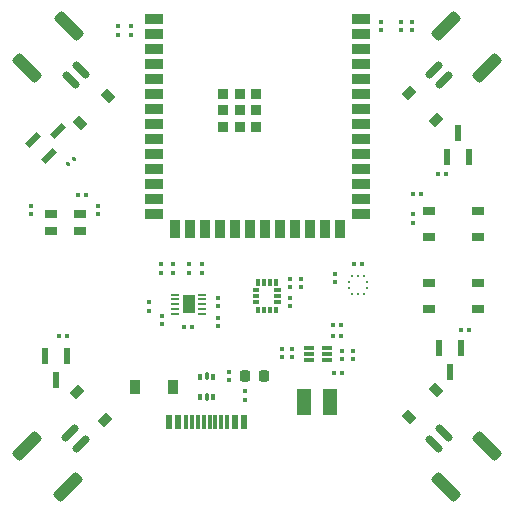
<source format=gtp>
G04 #@! TF.GenerationSoftware,KiCad,Pcbnew,9.0.0*
G04 #@! TF.CreationDate,2025-04-10T22:34:47-07:00*
G04 #@! TF.ProjectId,HOPE_ESP32_Drone,484f5045-5f45-4535-9033-325f44726f6e,rev?*
G04 #@! TF.SameCoordinates,Original*
G04 #@! TF.FileFunction,Paste,Top*
G04 #@! TF.FilePolarity,Positive*
%FSLAX46Y46*%
G04 Gerber Fmt 4.6, Leading zero omitted, Abs format (unit mm)*
G04 Created by KiCad (PCBNEW 9.0.0) date 2025-04-10 22:34:47*
%MOMM*%
%LPD*%
G01*
G04 APERTURE LIST*
G04 Aperture macros list*
%AMRoundRect*
0 Rectangle with rounded corners*
0 $1 Rounding radius*
0 $2 $3 $4 $5 $6 $7 $8 $9 X,Y pos of 4 corners*
0 Add a 4 corners polygon primitive as box body*
4,1,4,$2,$3,$4,$5,$6,$7,$8,$9,$2,$3,0*
0 Add four circle primitives for the rounded corners*
1,1,$1+$1,$2,$3*
1,1,$1+$1,$4,$5*
1,1,$1+$1,$6,$7*
1,1,$1+$1,$8,$9*
0 Add four rect primitives between the rounded corners*
20,1,$1+$1,$2,$3,$4,$5,0*
20,1,$1+$1,$4,$5,$6,$7,0*
20,1,$1+$1,$6,$7,$8,$9,0*
20,1,$1+$1,$8,$9,$2,$3,0*%
%AMRotRect*
0 Rectangle, with rotation*
0 The origin of the aperture is its center*
0 $1 length*
0 $2 width*
0 $3 Rotation angle, in degrees counterclockwise*
0 Add horizontal line*
21,1,$1,$2,0,0,$3*%
G04 Aperture macros list end*
%ADD10C,0.010000*%
%ADD11RoundRect,0.218750X0.218750X0.256250X-0.218750X0.256250X-0.218750X-0.256250X0.218750X-0.256250X0*%
%ADD12RoundRect,0.079500X0.100500X-0.079500X0.100500X0.079500X-0.100500X0.079500X-0.100500X-0.079500X0*%
%ADD13RoundRect,0.079500X-0.100500X0.079500X-0.100500X-0.079500X0.100500X-0.079500X0.100500X0.079500X0*%
%ADD14RoundRect,0.150000X0.388909X-0.601041X0.601041X-0.388909X-0.388909X0.601041X-0.601041X0.388909X0*%
%ADD15RoundRect,0.250000X0.636396X-0.989949X0.989949X-0.636396X-0.636396X0.989949X-0.989949X0.636396X0*%
%ADD16R,0.660400X0.203200*%
%ADD17R,0.990600X1.600200*%
%ADD18RoundRect,0.079500X0.079500X0.100500X-0.079500X0.100500X-0.079500X-0.100500X0.079500X-0.100500X0*%
%ADD19RotRect,0.812800X1.041400X45.000000*%
%ADD20RoundRect,0.150000X-0.601041X-0.388909X-0.388909X-0.601041X0.601041X0.388909X0.388909X0.601041X0*%
%ADD21RoundRect,0.250000X-0.989949X-0.636396X-0.636396X-0.989949X0.989949X0.636396X0.636396X0.989949X0*%
%ADD22RotRect,0.812800X1.041400X225.000000*%
%ADD23RoundRect,0.079500X-0.079500X-0.100500X0.079500X-0.100500X0.079500X0.100500X-0.079500X0.100500X0*%
%ADD24R,1.000000X0.800000*%
%ADD25RoundRect,0.150000X0.601041X0.388909X0.388909X0.601041X-0.601041X-0.388909X-0.388909X-0.601041X0*%
%ADD26RoundRect,0.250000X0.989949X0.636396X0.636396X0.989949X-0.989949X-0.636396X-0.636396X-0.989949X0*%
%ADD27RotRect,0.558800X1.320800X315.000000*%
%ADD28R,0.558800X1.320800*%
%ADD29R,0.950000X0.300000*%
%ADD30R,0.910000X1.220000*%
%ADD31R,0.279400X0.254000*%
%ADD32R,0.254000X0.279400*%
%ADD33RoundRect,0.150000X-0.388909X0.601041X-0.601041X0.388909X0.388909X-0.601041X0.601041X-0.388909X0*%
%ADD34RoundRect,0.250000X-0.636396X0.989949X-0.989949X0.636396X0.636396X-0.989949X0.989949X-0.636396X0*%
%ADD35R,1.050000X0.650000*%
%ADD36R,0.600000X1.150000*%
%ADD37R,0.300000X1.150000*%
%ADD38RoundRect,0.079500X-0.014849X0.127279X-0.127279X0.014849X0.014849X-0.127279X0.127279X-0.014849X0*%
%ADD39RoundRect,0.093750X0.093750X-0.156250X0.093750X0.156250X-0.093750X0.156250X-0.093750X-0.156250X0*%
%ADD40RoundRect,0.075000X0.075000X-0.250000X0.075000X0.250000X-0.075000X0.250000X-0.075000X-0.250000X0*%
%ADD41RotRect,0.812800X1.041400X135.000000*%
%ADD42RotRect,0.812800X1.041400X315.000000*%
%ADD43R,0.900000X0.900000*%
%ADD44R,1.500000X0.900000*%
%ADD45R,0.900000X1.500000*%
%ADD46R,1.200000X2.200000*%
G04 APERTURE END LIST*
D10*
G04 #@! TO.C,MT1*
X126644600Y-75819000D02*
X126194600Y-75819000D01*
X126194600Y-75581000D01*
X126644600Y-75581000D01*
X126644600Y-75819000D01*
G36*
X126644600Y-75819000D02*
G01*
X126194600Y-75819000D01*
X126194600Y-75581000D01*
X126644600Y-75581000D01*
X126644600Y-75819000D01*
G37*
X126644600Y-76319000D02*
X126194600Y-76319000D01*
X126194600Y-76081000D01*
X126644600Y-76081000D01*
X126644600Y-76319000D01*
G36*
X126644600Y-76319000D02*
G01*
X126194600Y-76319000D01*
X126194600Y-76081000D01*
X126644600Y-76081000D01*
X126644600Y-76319000D01*
G37*
X126644600Y-76819000D02*
X126194600Y-76819000D01*
X126194600Y-76581000D01*
X126644600Y-76581000D01*
X126644600Y-76819000D01*
G36*
X126644600Y-76819000D02*
G01*
X126194600Y-76819000D01*
X126194600Y-76581000D01*
X126644600Y-76581000D01*
X126644600Y-76819000D01*
G37*
X126701100Y-75262500D02*
X126463100Y-75262500D01*
X126463100Y-74812500D01*
X126701100Y-74812500D01*
X126701100Y-75262500D01*
G36*
X126701100Y-75262500D02*
G01*
X126463100Y-75262500D01*
X126463100Y-74812500D01*
X126701100Y-74812500D01*
X126701100Y-75262500D01*
G37*
X126701100Y-77587500D02*
X126463100Y-77587500D01*
X126463100Y-77137500D01*
X126701100Y-77137500D01*
X126701100Y-77587500D01*
G36*
X126701100Y-77587500D02*
G01*
X126463100Y-77587500D01*
X126463100Y-77137500D01*
X126701100Y-77137500D01*
X126701100Y-77587500D01*
G37*
X127201100Y-75262500D02*
X126963100Y-75262500D01*
X126963100Y-74812500D01*
X127201100Y-74812500D01*
X127201100Y-75262500D01*
G36*
X127201100Y-75262500D02*
G01*
X126963100Y-75262500D01*
X126963100Y-74812500D01*
X127201100Y-74812500D01*
X127201100Y-75262500D01*
G37*
X127201100Y-77587500D02*
X126963100Y-77587500D01*
X126963100Y-77137500D01*
X127201100Y-77137500D01*
X127201100Y-77587500D01*
G36*
X127201100Y-77587500D02*
G01*
X126963100Y-77587500D01*
X126963100Y-77137500D01*
X127201100Y-77137500D01*
X127201100Y-77587500D01*
G37*
X127701100Y-75262500D02*
X127463100Y-75262500D01*
X127463100Y-74812500D01*
X127701100Y-74812500D01*
X127701100Y-75262500D01*
G36*
X127701100Y-75262500D02*
G01*
X127463100Y-75262500D01*
X127463100Y-74812500D01*
X127701100Y-74812500D01*
X127701100Y-75262500D01*
G37*
X127701100Y-77587500D02*
X127463100Y-77587500D01*
X127463100Y-77137500D01*
X127701100Y-77137500D01*
X127701100Y-77587500D01*
G36*
X127701100Y-77587500D02*
G01*
X127463100Y-77587500D01*
X127463100Y-77137500D01*
X127701100Y-77137500D01*
X127701100Y-77587500D01*
G37*
X128201100Y-75262500D02*
X127963100Y-75262500D01*
X127963100Y-74812500D01*
X128201100Y-74812500D01*
X128201100Y-75262500D01*
G36*
X128201100Y-75262500D02*
G01*
X127963100Y-75262500D01*
X127963100Y-74812500D01*
X128201100Y-74812500D01*
X128201100Y-75262500D01*
G37*
X128201100Y-77587500D02*
X127963100Y-77587500D01*
X127963100Y-77137500D01*
X128201100Y-77137500D01*
X128201100Y-77587500D01*
G36*
X128201100Y-77587500D02*
G01*
X127963100Y-77587500D01*
X127963100Y-77137500D01*
X128201100Y-77137500D01*
X128201100Y-77587500D01*
G37*
X128469600Y-75819000D02*
X128019600Y-75819000D01*
X128019600Y-75581000D01*
X128469600Y-75581000D01*
X128469600Y-75819000D01*
G36*
X128469600Y-75819000D02*
G01*
X128019600Y-75819000D01*
X128019600Y-75581000D01*
X128469600Y-75581000D01*
X128469600Y-75819000D01*
G37*
X128469600Y-76319000D02*
X128019600Y-76319000D01*
X128019600Y-76081000D01*
X128469600Y-76081000D01*
X128469600Y-76319000D01*
G36*
X128469600Y-76319000D02*
G01*
X128019600Y-76319000D01*
X128019600Y-76081000D01*
X128469600Y-76081000D01*
X128469600Y-76319000D01*
G37*
X128469600Y-76819000D02*
X128019600Y-76819000D01*
X128019600Y-76581000D01*
X128469600Y-76581000D01*
X128469600Y-76819000D01*
G36*
X128469600Y-76819000D02*
G01*
X128019600Y-76819000D01*
X128019600Y-76581000D01*
X128469600Y-76581000D01*
X128469600Y-76819000D01*
G37*
G04 #@! TD*
D11*
G04 #@! TO.C,D8*
X127127100Y-83032600D03*
X125552100Y-83032600D03*
G04 #@! TD*
D12*
G04 #@! TO.C,R5*
X125514400Y-85003300D03*
X125514400Y-84313300D03*
G04 #@! TD*
D13*
G04 #@! TO.C,R13*
X113106200Y-68616000D03*
X113106200Y-69306000D03*
G04 #@! TD*
D14*
G04 #@! TO.C,MOTOR1*
X110760004Y-57948288D03*
X111643888Y-57064404D03*
D15*
X107083049Y-56887628D03*
X110583228Y-53387449D03*
G04 #@! TD*
D13*
G04 #@! TO.C,C21*
X129508200Y-80691600D03*
X129508200Y-81381600D03*
G04 #@! TD*
D16*
G04 #@! TO.C,U4*
X121885075Y-77711300D03*
X121885075Y-77311250D03*
X121885075Y-76911200D03*
X121885075Y-76511150D03*
X121885075Y-76111100D03*
X119624475Y-76111100D03*
X119624475Y-76511150D03*
X119624475Y-76911200D03*
X119624475Y-77311250D03*
X119624475Y-77711300D03*
D17*
X120754775Y-76911200D03*
G04 #@! TD*
D12*
G04 #@! TO.C,R4*
X138734800Y-53725200D03*
X138734800Y-53035200D03*
G04 #@! TD*
D18*
G04 #@! TO.C,R11*
X142574800Y-65913000D03*
X141884800Y-65913000D03*
G04 #@! TD*
D19*
G04 #@! TO.C,CR3*
X139396167Y-86511433D03*
X141731033Y-84176567D03*
G04 #@! TD*
D18*
G04 #@! TO.C,R10*
X110428600Y-79603600D03*
X109738600Y-79603600D03*
G04 #@! TD*
D13*
G04 #@! TO.C,C22*
X128619200Y-80691600D03*
X128619200Y-81381600D03*
G04 #@! TD*
D20*
G04 #@! TO.C,MOTOR3*
X141489161Y-57072776D03*
X142373045Y-57956660D03*
D21*
X142549821Y-53395821D03*
X146050000Y-56896000D03*
G04 #@! TD*
D22*
G04 #@! TO.C,CR1*
X113918033Y-59284567D03*
X111583167Y-61619433D03*
G04 #@! TD*
D23*
G04 #@! TO.C,R21*
X132954200Y-79603600D03*
X133644200Y-79603600D03*
G04 #@! TD*
D12*
G04 #@! TO.C,C23*
X133748600Y-81559000D03*
X133748600Y-80869000D03*
G04 #@! TD*
G04 #@! TO.C,C24*
X129336800Y-77078400D03*
X129336800Y-76388400D03*
G04 #@! TD*
D23*
G04 #@! TO.C,R19*
X133030400Y-82778600D03*
X133720400Y-82778600D03*
G04 #@! TD*
D24*
G04 #@! TO.C,D1*
X111593000Y-70716600D03*
X111593000Y-69316600D03*
X109093000Y-69316600D03*
X109093000Y-70716600D03*
G04 #@! TD*
D25*
G04 #@! TO.C,MOTOR2*
X111618488Y-88731597D03*
X110734604Y-87847713D03*
D26*
X110557828Y-92408552D03*
X107057649Y-88908373D03*
G04 #@! TD*
D18*
G04 #@! TO.C,R20*
X133646600Y-78689200D03*
X132956600Y-78689200D03*
G04 #@! TD*
D12*
G04 #@! TO.C,R23*
X118369275Y-74247900D03*
X118369275Y-73557900D03*
G04 #@! TD*
D18*
G04 #@! TO.C,R8*
X112054200Y-67691000D03*
X111364200Y-67691000D03*
G04 #@! TD*
D12*
G04 #@! TO.C,C28*
X123266200Y-77103800D03*
X123266200Y-76413800D03*
G04 #@! TD*
D27*
G04 #@! TO.C,MOSFET1*
X107578550Y-63015991D03*
X108916609Y-64354050D03*
X109684420Y-62248180D03*
G04 #@! TD*
D13*
G04 #@! TO.C,R3*
X139674600Y-53020400D03*
X139674600Y-53710400D03*
G04 #@! TD*
D28*
G04 #@! TO.C,MOSFET2*
X110470950Y-81280000D03*
X108578650Y-81280000D03*
X109524800Y-83312000D03*
G04 #@! TD*
D29*
G04 #@! TO.C,IC2*
X130954600Y-80661000D03*
X130954600Y-81161000D03*
X130954600Y-81661000D03*
X132454600Y-81661000D03*
X132454600Y-81161000D03*
X132454600Y-80661000D03*
G04 #@! TD*
D30*
G04 #@! TO.C,D3*
X119465600Y-83921600D03*
X116195600Y-83921600D03*
G04 #@! TD*
D13*
G04 #@! TO.C,C25*
X129336800Y-74779000D03*
X129336800Y-75469000D03*
G04 #@! TD*
G04 #@! TO.C,R1*
X107442000Y-68626200D03*
X107442000Y-69316200D03*
G04 #@! TD*
D31*
G04 #@! TO.C,U7*
X134293800Y-75061000D03*
X134293800Y-75561000D03*
D32*
X134581201Y-76098400D03*
X135081200Y-76098400D03*
X135581199Y-76098400D03*
D31*
X135868600Y-75561000D03*
X135868600Y-75061000D03*
D32*
X135581199Y-74523600D03*
X135081200Y-74523600D03*
X134581201Y-74523600D03*
G04 #@! TD*
D33*
G04 #@! TO.C,MOTOR4*
X142376397Y-87847713D03*
X141492513Y-88731597D03*
D34*
X146053352Y-88908373D03*
X142553173Y-92408552D03*
G04 #@! TD*
D35*
G04 #@! TO.C,EN*
X141122400Y-69071600D03*
X145272400Y-69071600D03*
X141122400Y-71221600D03*
X145272400Y-71221600D03*
G04 #@! TD*
D23*
G04 #@! TO.C,R12*
X143774600Y-79121000D03*
X144464600Y-79121000D03*
G04 #@! TD*
D13*
G04 #@! TO.C,C26*
X130225800Y-74788200D03*
X130225800Y-75478200D03*
G04 #@! TD*
D12*
G04 #@! TO.C,C31*
X133108001Y-75046400D03*
X133108001Y-74356400D03*
G04 #@! TD*
G04 #@! TO.C,R27*
X124155200Y-83377600D03*
X124155200Y-82687600D03*
G04 #@! TD*
D23*
G04 #@! TO.C,R7*
X120339925Y-78867000D03*
X121029925Y-78867000D03*
G04 #@! TD*
G04 #@! TO.C,C32*
X134732200Y-73482200D03*
X135422200Y-73482200D03*
G04 #@! TD*
D12*
G04 #@! TO.C,R6*
X117424200Y-77459400D03*
X117424200Y-76769400D03*
G04 #@! TD*
G04 #@! TO.C,C27*
X134637600Y-81559000D03*
X134637600Y-80869000D03*
G04 #@! TD*
D18*
G04 #@! TO.C,R2*
X140410800Y-67564000D03*
X139720800Y-67564000D03*
G04 #@! TD*
D13*
G04 #@! TO.C,C4*
X139743000Y-69319000D03*
X139743000Y-70009000D03*
G04 #@! TD*
D12*
G04 #@! TO.C,C6*
X115900200Y-54101600D03*
X115900200Y-53411600D03*
G04 #@! TD*
D36*
G04 #@! TO.C,J7*
X119075600Y-86939000D03*
X119875600Y-86939000D03*
D37*
X121025600Y-86939000D03*
X122025600Y-86939000D03*
X122525600Y-86939000D03*
X123525600Y-86939000D03*
D36*
X125475600Y-86939000D03*
X124675600Y-86939000D03*
D37*
X124025600Y-86939000D03*
X123025600Y-86939000D03*
X121525600Y-86939000D03*
X120525600Y-86939000D03*
G04 #@! TD*
D38*
G04 #@! TO.C,R9*
X111013352Y-64602248D03*
X110525448Y-65090152D03*
G04 #@! TD*
D35*
G04 #@! TO.C,BOOT*
X141103352Y-75150400D03*
X145253352Y-75150400D03*
X141103352Y-77300400D03*
X145253352Y-77300400D03*
G04 #@! TD*
D13*
G04 #@! TO.C,C30*
X118465600Y-77912400D03*
X118465600Y-78602400D03*
G04 #@! TD*
D12*
G04 #@! TO.C,R22*
X121894600Y-74248800D03*
X121894600Y-73558800D03*
G04 #@! TD*
D39*
G04 #@! TO.C,U2*
X121738100Y-84746200D03*
D40*
X122275600Y-84821200D03*
D39*
X122813100Y-84746200D03*
X122813100Y-83046200D03*
D40*
X122275600Y-82971200D03*
D39*
X121738100Y-83046200D03*
G04 #@! TD*
D28*
G04 #@! TO.C,MOSFET3*
X142589250Y-64439800D03*
X144481550Y-64439800D03*
X143535400Y-62407800D03*
G04 #@! TD*
D41*
G04 #@! TO.C,CR2*
X113638633Y-86714633D03*
X111303767Y-84379767D03*
G04 #@! TD*
D42*
G04 #@! TO.C,CR4*
X139396167Y-59030567D03*
X141731033Y-61365433D03*
G04 #@! TD*
D13*
G04 #@! TO.C,C29*
X123240800Y-78090200D03*
X123240800Y-78780200D03*
G04 #@! TD*
D43*
G04 #@! TO.C,U1*
X123686000Y-59108000D03*
X123686000Y-60508000D03*
X123686000Y-61908000D03*
X125086000Y-59108000D03*
X125086000Y-60508000D03*
X125086000Y-61908000D03*
X126486000Y-59108000D03*
X126486000Y-60508000D03*
X126486000Y-61908000D03*
D44*
X117836000Y-52788000D03*
X117836000Y-54058000D03*
X117836000Y-55328000D03*
X117836000Y-56598000D03*
X117836000Y-57868000D03*
X117836000Y-59138000D03*
X117836000Y-60408000D03*
X117836000Y-61678000D03*
X117836000Y-62948000D03*
X117836000Y-64218000D03*
X117836000Y-65488000D03*
X117836000Y-66758000D03*
X117836000Y-68028000D03*
X117836000Y-69298000D03*
D45*
X119601000Y-70548000D03*
X120871000Y-70548000D03*
X122141000Y-70548000D03*
X123411000Y-70548000D03*
X124681000Y-70548000D03*
X125951000Y-70548000D03*
X127221000Y-70548000D03*
X128491000Y-70548000D03*
X129761000Y-70548000D03*
X131031000Y-70548000D03*
X132301000Y-70548000D03*
X133571000Y-70548000D03*
D44*
X135336000Y-69298000D03*
X135336000Y-68028000D03*
X135336000Y-66758000D03*
X135336000Y-65488000D03*
X135336000Y-64218000D03*
X135336000Y-62948000D03*
X135336000Y-61678000D03*
X135336000Y-60408000D03*
X135336000Y-59138000D03*
X135336000Y-57868000D03*
X135336000Y-56598000D03*
X135336000Y-55328000D03*
X135336000Y-54058000D03*
X135336000Y-52788000D03*
G04 #@! TD*
D12*
G04 #@! TO.C,C5*
X114782600Y-54101600D03*
X114782600Y-53411600D03*
G04 #@! TD*
G04 #@! TO.C,C7*
X137007600Y-53725600D03*
X137007600Y-53035600D03*
G04 #@! TD*
D46*
G04 #@! TO.C,L2*
X130489600Y-85191600D03*
X132689600Y-85191600D03*
G04 #@! TD*
D12*
G04 #@! TO.C,R25*
X120751600Y-74248800D03*
X120751600Y-73558800D03*
G04 #@! TD*
D28*
G04 #@! TO.C,MOSFET4*
X143821150Y-80670400D03*
X141928850Y-80670400D03*
X142875000Y-82702400D03*
G04 #@! TD*
D12*
G04 #@! TO.C,R24*
X119461475Y-74248800D03*
X119461475Y-73558800D03*
G04 #@! TD*
M02*

</source>
